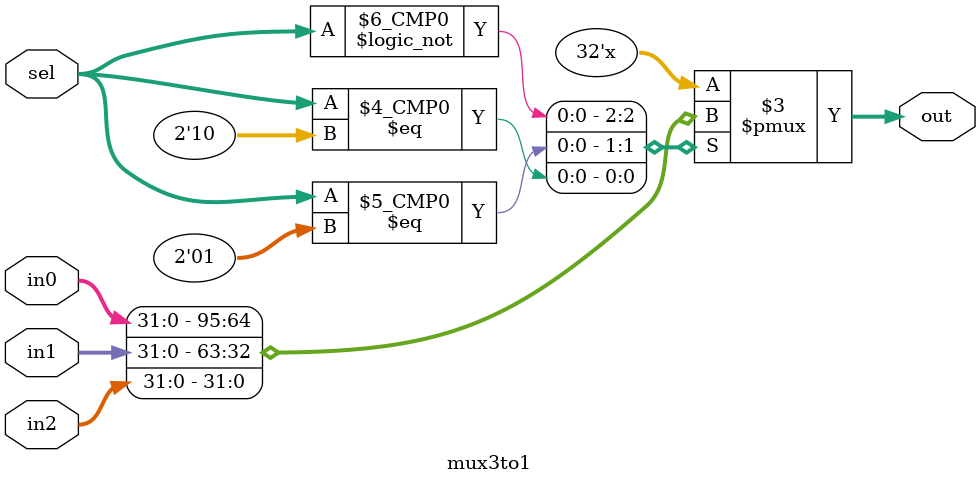
<source format=v>
module mux3to1(out, in0, in1, in2, sel);
    parameter N = 32;
    output[N-1:0] out;
    input[N-1:0] in0, in1, in2;
    input[1:0] sel;
    
    reg[N-1:0] out;
    
    always@(*)
    begin
        case(sel)
            2'b00: out = in0;
            2'b01: out = in1;
            2'b10: out = in2;
        endcase
    end
endmodule

</source>
